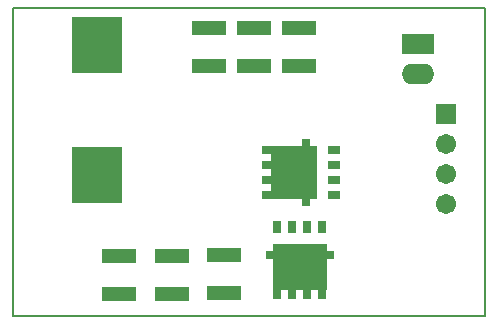
<source format=gts>
%FSLAX25Y25*%
%MOIN*%
G70*
G01*
G75*
G04 Layer_Color=8388736*
%ADD10R,0.10630X0.03937*%
%ADD11R,0.15748X0.17716*%
%ADD12R,0.14410X0.09843*%
%ADD13R,0.14410X0.07874*%
%ADD14R,0.01969X0.06299*%
%ADD15R,0.03543X0.02126*%
%ADD16R,0.09843X0.14410*%
%ADD17R,0.07874X0.14410*%
%ADD18R,0.06299X0.01969*%
%ADD19R,0.02126X0.03543*%
%ADD20C,0.01000*%
%ADD21C,0.02000*%
%ADD22C,0.00800*%
%ADD23R,0.05400X0.12900*%
%ADD24R,0.21600X0.06537*%
%ADD25C,0.00500*%
%ADD26C,0.05906*%
%ADD27R,0.05906X0.05906*%
%ADD28O,0.10000X0.06000*%
%ADD29R,0.10000X0.06000*%
%ADD30C,0.04000*%
%ADD31C,0.02000*%
%ADD32C,0.03000*%
%ADD33R,0.02756X0.03347*%
%ADD34R,0.03347X0.02756*%
%ADD35R,0.05118X0.03937*%
%ADD36R,0.13386X0.07087*%
%ADD37O,0.02756X0.01181*%
%ADD38O,0.01181X0.02756*%
%ADD39R,0.11430X0.04737*%
%ADD40R,0.16548X0.18517*%
%ADD41R,0.15210X0.10642*%
%ADD42R,0.15210X0.08674*%
%ADD43R,0.02769X0.07099*%
%ADD44R,0.04343X0.02926*%
%ADD45R,0.10642X0.15210*%
%ADD46R,0.08674X0.15210*%
%ADD47R,0.07099X0.02769*%
%ADD48R,0.02926X0.04343*%
%ADD49C,0.06706*%
%ADD50R,0.06706X0.06706*%
%ADD51O,0.10800X0.06800*%
%ADD52R,0.10800X0.06800*%
D25*
X0Y102362D02*
X157480D01*
Y0D02*
Y102362D01*
X0Y0D02*
X157480D01*
X0D02*
Y102362D01*
D39*
X53100Y19995D02*
D03*
Y7200D02*
D03*
X70400Y20195D02*
D03*
Y7400D02*
D03*
X35500Y19995D02*
D03*
Y7200D02*
D03*
X95300Y95895D02*
D03*
Y83100D02*
D03*
X65500Y95895D02*
D03*
Y83100D02*
D03*
X80600Y95895D02*
D03*
Y83100D02*
D03*
D40*
X28200Y46900D02*
D03*
Y90207D02*
D03*
D41*
X93872Y51259D02*
D03*
D42*
Y43017D02*
D03*
D43*
X97908Y55512D02*
D03*
Y39764D02*
D03*
D44*
X107160Y45138D02*
D03*
X85122D02*
D03*
X107160Y55138D02*
D03*
Y50138D02*
D03*
X85122Y55138D02*
D03*
X107160Y40138D02*
D03*
X85122D02*
D03*
Y50138D02*
D03*
D45*
X92158Y16100D02*
D03*
D46*
X100400D02*
D03*
D47*
X87905Y20135D02*
D03*
X103653D02*
D03*
D48*
X98279Y29387D02*
D03*
Y7350D02*
D03*
X88279Y29387D02*
D03*
X93279D02*
D03*
X88279Y7350D02*
D03*
X103279Y29387D02*
D03*
Y7350D02*
D03*
X93279D02*
D03*
D49*
X144400Y37300D02*
D03*
Y47300D02*
D03*
Y57300D02*
D03*
D50*
Y67300D02*
D03*
D51*
X135000Y80600D02*
D03*
D52*
Y90600D02*
D03*
M02*

</source>
